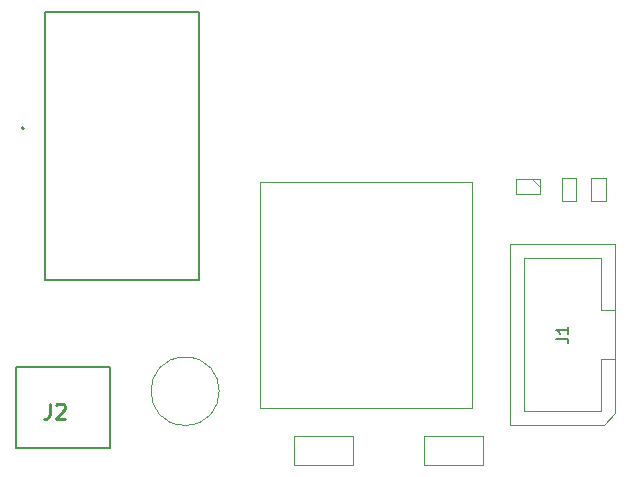
<source format=gbr>
%TF.GenerationSoftware,KiCad,Pcbnew,7.0.10*%
%TF.CreationDate,2024-11-01T14:14:09-04:00*%
%TF.ProjectId,pcb_v1,7063625f-7631-42e6-9b69-6361645f7063,rev?*%
%TF.SameCoordinates,Original*%
%TF.FileFunction,AssemblyDrawing,Top*%
%FSLAX46Y46*%
G04 Gerber Fmt 4.6, Leading zero omitted, Abs format (unit mm)*
G04 Created by KiCad (PCBNEW 7.0.10) date 2024-11-01 14:14:09*
%MOMM*%
%LPD*%
G01*
G04 APERTURE LIST*
%ADD10C,0.254000*%
%ADD11C,0.150000*%
%ADD12C,0.100000*%
%ADD13C,0.200000*%
%ADD14C,0.127000*%
G04 APERTURE END LIST*
D10*
X110814667Y-121298318D02*
X110814667Y-122205461D01*
X110814667Y-122205461D02*
X110754190Y-122386889D01*
X110754190Y-122386889D02*
X110633238Y-122507842D01*
X110633238Y-122507842D02*
X110451809Y-122568318D01*
X110451809Y-122568318D02*
X110330857Y-122568318D01*
X111358952Y-121419270D02*
X111419428Y-121358794D01*
X111419428Y-121358794D02*
X111540381Y-121298318D01*
X111540381Y-121298318D02*
X111842762Y-121298318D01*
X111842762Y-121298318D02*
X111963714Y-121358794D01*
X111963714Y-121358794D02*
X112024190Y-121419270D01*
X112024190Y-121419270D02*
X112084667Y-121540222D01*
X112084667Y-121540222D02*
X112084667Y-121661175D01*
X112084667Y-121661175D02*
X112024190Y-121842603D01*
X112024190Y-121842603D02*
X111298476Y-122568318D01*
X111298476Y-122568318D02*
X112084667Y-122568318D01*
D11*
X153684819Y-115793333D02*
X154399104Y-115793333D01*
X154399104Y-115793333D02*
X154541961Y-115840952D01*
X154541961Y-115840952D02*
X154637200Y-115936190D01*
X154637200Y-115936190D02*
X154684819Y-116079047D01*
X154684819Y-116079047D02*
X154684819Y-116174285D01*
X154684819Y-114793333D02*
X154684819Y-115364761D01*
X154684819Y-115079047D02*
X153684819Y-115079047D01*
X153684819Y-115079047D02*
X153827676Y-115174285D01*
X153827676Y-115174285D02*
X153922914Y-115269523D01*
X153922914Y-115269523D02*
X153970533Y-115364761D01*
D12*
%TO.C,R2*%
X136500000Y-126500000D02*
X131500000Y-126500000D01*
X136500000Y-124000000D02*
X136500000Y-126500000D01*
X131500000Y-126500000D02*
X131500000Y-124000000D01*
X131500000Y-124000000D02*
X136500000Y-124000000D01*
%TO.C,D1*%
X122250000Y-117362000D02*
X122250000Y-117362000D01*
X122250000Y-123138000D02*
X122250000Y-123138000D01*
X122250000Y-123138000D02*
G75*
G03*
X122250000Y-117362000I0J2888000D01*
G01*
X122250000Y-117362000D02*
G75*
G03*
X122250000Y-123138000I0J-2888000D01*
G01*
%TO.C,R1*%
X142500000Y-126500000D02*
X142500000Y-124000000D01*
X147500000Y-126500000D02*
X142500000Y-126500000D01*
X147500000Y-124000000D02*
X147500000Y-126500000D01*
X142500000Y-124000000D02*
X147500000Y-124000000D01*
D13*
%TO.C,J2*%
X107950000Y-118200000D02*
X115850000Y-118200000D01*
X115850000Y-118200000D02*
X115850000Y-125049000D01*
X115850000Y-125049000D02*
X107950000Y-125049000D01*
X107950000Y-125049000D02*
X107950000Y-118200000D01*
D14*
%TO.C,IC2*%
X110402500Y-88140000D02*
X123402500Y-88140000D01*
X110402500Y-110840000D02*
X110402500Y-88140000D01*
X123402500Y-88140000D02*
X123402500Y-110840000D01*
X123402500Y-110840000D02*
X110402500Y-110840000D01*
D13*
X108602500Y-97990000D02*
G75*
G03*
X108402500Y-97990000I-100000J0D01*
G01*
X108402500Y-97990000D02*
G75*
G03*
X108602500Y-97990000I100000J0D01*
G01*
D12*
%TO.C,C1*%
X156625000Y-104185000D02*
X156625000Y-102175000D01*
X157875000Y-104185000D02*
X156625000Y-104185000D01*
X156625000Y-102175000D02*
X157875000Y-102175000D01*
X157875000Y-102175000D02*
X157875000Y-104185000D01*
%TO.C,IC1*%
X128580000Y-102500000D02*
X146580000Y-102500000D01*
X128580000Y-121700000D02*
X128580000Y-102500000D01*
X146580000Y-102500000D02*
X146580000Y-121700000D01*
X146580000Y-121700000D02*
X128580000Y-121700000D01*
%TO.C,C2*%
X154125000Y-104180000D02*
X154125000Y-102180000D01*
X155375000Y-104180000D02*
X154125000Y-104180000D01*
X154125000Y-102180000D02*
X155375000Y-102180000D01*
X155375000Y-102180000D02*
X155375000Y-104180000D01*
%TO.C,IC3*%
X152262000Y-102305000D02*
X152262000Y-103555000D01*
X151612000Y-102305000D02*
X152262000Y-102955000D01*
X150238000Y-102305000D02*
X152262000Y-102305000D01*
X152262000Y-103555000D02*
X150238000Y-103555000D01*
X150238000Y-103555000D02*
X150238000Y-102305000D01*
%TO.C,J1*%
X158680000Y-122100000D02*
X157680000Y-123100000D01*
X158680000Y-117510000D02*
X157480000Y-117510000D01*
X158680000Y-107820000D02*
X158680000Y-122100000D01*
X157680000Y-123100000D02*
X149780000Y-123100000D01*
X157480000Y-121910000D02*
X150980000Y-121910000D01*
X157480000Y-117510000D02*
X157480000Y-121910000D01*
X157480000Y-113410000D02*
X158680000Y-113410000D01*
X157480000Y-113410000D02*
X157480000Y-113410000D01*
X157480000Y-109010000D02*
X157480000Y-113410000D01*
X150980000Y-121910000D02*
X150980000Y-109010000D01*
X150980000Y-109010000D02*
X157480000Y-109010000D01*
X149780000Y-123100000D02*
X149780000Y-107820000D01*
X149780000Y-107820000D02*
X158680000Y-107820000D01*
%TD*%
M02*

</source>
